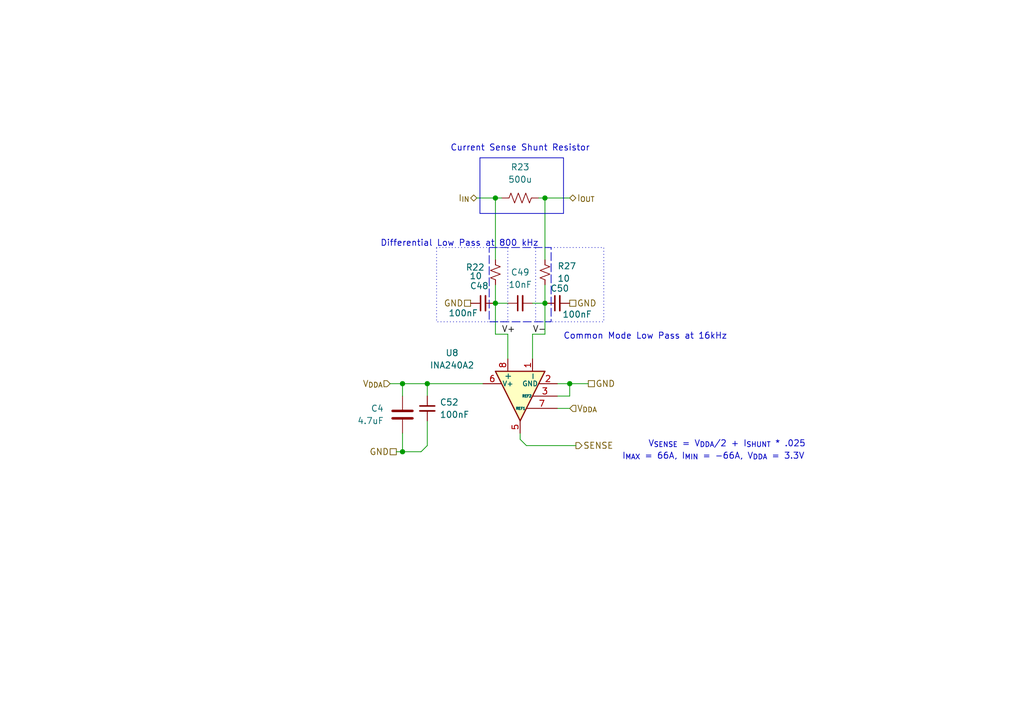
<source format=kicad_sch>
(kicad_sch (version 20231120) (generator "eeschema") (generator_version "8.0")
  (paper "A5")
  (title_block (title "Current Sense Amplifier") (date "2024-05-19") (rev "1") (company "Crab Labs") (comment 1 "Author: Orion Serup") (comment 2 "License: CERN-OHL-W-2.0"))
  (lib_symbols
    (symbol "Amplifier_Current:INA241A2xDDF" (pin_names (offset 0.127))
      (property "Reference" "U" (at 3.81 3.81 0))
      (property "Value" "INA241A2xDDF" (at 3.81 -2.54 0))
      (symbol "INA241A2xDDF_0_1"
        (polyline (pts (xy 5.08 0) (xy -5.08 5.08) (xy -5.08 -5.08) (xy 5.08 0)) (stroke (width 0.254)) (fill (type background)))
      )
      (symbol "INA241A2xDDF_1_1"
        (pin input line (at -7.62 -2.54 0) (length 2.54) (name "-") (number "1"))
        (pin power_in line (at -2.54 -7.62 90) (length 3.81) (name "GND") (number "2"))
        (pin passive line (at 0 -7.62 90) (length 5.08) (name "REF2") (number "3"))
        (pin passive line (at -2.54 -7.62 90) (length 3.81) hide (name "GND") (number "4"))
        (pin output line (at 7.62 0 180) (length 2.54) (name "~") (number "5"))
        (pin power_in line (at -2.54 7.62 270) (length 3.81) (name "V+") (number "6"))
        (pin passive line (at 2.54 -7.62 90) (length 6.35) (name "REF1") (number "7"))
        (pin input line (at -7.62 2.54 0) (length 2.54) (name "+") (number "8"))
      )
    )
    (symbol "Device:C" (pin_numbers hide) (pin_names (offset 0.254))
      (property "Reference" "C" (at 0.635 2.54 0))
      (property "Value" "C" (at 0.635 -2.54 0))
      (symbol "C_0_1"
        (polyline (pts (xy -2.032 -0.762) (xy 2.032 -0.762)) (stroke (width 0.508)))
        (polyline (pts (xy -2.032 0.762) (xy 2.032 0.762)) (stroke (width 0.508)))
      )
      (symbol "C_1_1"
        (pin passive line (at 0 3.81 270) (length 2.794) (name "~") (number "1"))
        (pin passive line (at 0 -3.81 90) (length 2.794) (name "~") (number "2"))
      )
    )
    (symbol "Device:C_Small" (pin_numbers hide) (pin_names (offset 0.254) hide)
      (property "Reference" "C" (at 0.254 1.778 0))
      (property "Value" "C_Small" (at 0.254 -2.032 0))
      (symbol "C_Small_0_1"
        (polyline (pts (xy -1.524 -0.508) (xy 1.524 -0.508)) (stroke (width 0.3302)))
        (polyline (pts (xy -1.524 0.508) (xy 1.524 0.508)) (stroke (width 0.3048)))
      )
      (symbol "C_Small_1_1"
        (pin passive line (at 0 2.54 270) (length 2.032) (name "~") (number "1"))
        (pin passive line (at 0 -2.54 90) (length 2.032) (name "~") (number "2"))
      )
    )
    (symbol "Device:R_Small_US" (pin_numbers hide) (pin_names (offset 0.254) hide)
      (property "Reference" "R" (at 0.762 0.508 0))
      (property "Value" "R_Small_US" (at 0.762 -1.016 0))
      (symbol "R_Small_US_1_1"
        (polyline (pts (xy 0 0) (xy 1.016 -0.381) (xy 0 -0.762) (xy -1.016 -1.143) (xy 0 -1.524)))
        (polyline (pts (xy 0 1.524) (xy 1.016 1.143) (xy 0 0.762) (xy -1.016 0.381) (xy 0 0)))
        (pin passive line (at 0 2.54 270) (length 1.016) (name "~") (number "1"))
        (pin passive line (at 0 -2.54 90) (length 1.016) (name "~") (number "2"))
      )
    )
    (symbol "Device:R_US" (pin_numbers hide) (pin_names (offset 0))
      (property "Reference" "R" (at 2.54 0 90))
      (property "Value" "R_US" (at -2.54 0 90))
      (symbol "R_US_0_1"
        (polyline (pts (xy 0 -2.286) (xy 0 -2.54)))
        (polyline (pts (xy 0 2.286) (xy 0 2.54)))
        (polyline (pts (xy 0 -0.762) (xy 1.016 -1.143) (xy 0 -1.524) (xy -1.016 -1.905) (xy 0 -2.286)))
        (polyline (pts (xy 0 0.762) (xy 1.016 0.381) (xy 0 0) (xy -1.016 -0.381) (xy 0 -0.762)))
        (polyline (pts (xy 0 2.286) (xy 1.016 1.905) (xy 0 1.524) (xy -1.016 1.143) (xy 0 0.762)))
      )
      (symbol "R_US_1_1"
        (pin passive line (at 0 3.81 270) (length 1.27) (name "~") (number "1"))
        (pin passive line (at 0 -3.81 90) (length 1.27) (name "~") (number "2"))
      )
    )
  )
  (junction (at 116.84 78.74))
  (junction (at 111.76 62.23))
  (junction (at 82.55 92.71))
  (junction (at 82.55 78.74))
  (junction (at 101.6 40.64))
  (junction (at 111.76 40.64))
  (junction (at 87.63 78.74))
  (junction (at 101.6 62.23))
  (wire (pts (xy 110.49 40.64) (xy 111.76 40.64)))
  (wire (pts (xy 101.6 62.23) (xy 104.14 62.23)))
  (wire (pts (xy 106.68 90.17) (xy 107.95 91.44)))
  (wire (pts (xy 101.6 62.23) (xy 101.6 68.58)))
  (wire (pts (xy 97.79 40.64) (xy 101.6 40.64)))
  (wire (pts (xy 111.76 40.64) (xy 116.84 40.64)))
  (wire (pts (xy 111.76 40.64) (xy 111.76 53.34)))
  (wire (pts (xy 87.63 78.74) (xy 87.63 81.28)))
  (wire (pts (xy 101.6 58.42) (xy 101.6 62.23)))
  (wire (pts (xy 107.95 91.44) (xy 118.11 91.44)))
  (wire (pts (xy 101.6 40.64) (xy 101.6 53.34)))
  (wire (pts (xy 114.3 78.74) (xy 116.84 78.74)))
  (wire (pts (xy 109.22 68.58) (xy 109.22 73.66)))
  (wire (pts (xy 82.55 78.74) (xy 87.63 78.74)))
  (wire (pts (xy 114.3 83.82) (xy 116.84 83.82)))
  (wire (pts (xy 81.28 92.71) (xy 82.55 92.71)))
  (wire (pts (xy 82.55 92.71) (xy 86.36 92.71)))
  (wire (pts (xy 87.63 86.36) (xy 87.63 91.44)))
  (wire (pts (xy 80.01 78.74) (xy 82.55 78.74)))
  (wire (pts (xy 111.76 62.23) (xy 111.76 68.58)))
  (wire (pts (xy 101.6 68.58) (xy 104.14 68.58)))
  (wire (pts (xy 111.76 58.42) (xy 111.76 62.23)))
  (wire (pts (xy 106.68 88.9) (xy 106.68 90.17)))
  (wire (pts (xy 86.36 92.71) (xy 87.63 91.44)))
  (wire (pts (xy 109.22 68.58) (xy 111.76 68.58)))
  (wire (pts (xy 82.55 88.9) (xy 82.55 92.71)))
  (wire (pts (xy 109.22 62.23) (xy 111.76 62.23)))
  (wire (pts (xy 116.84 78.74) (xy 116.84 81.28)))
  (wire (pts (xy 102.87 40.64) (xy 101.6 40.64)))
  (wire (pts (xy 104.14 68.58) (xy 104.14 73.66)))
  (wire (pts (xy 82.55 78.74) (xy 82.55 81.28)))
  (wire (pts (xy 114.3 81.28) (xy 116.84 81.28)))
  (wire (pts (xy 116.84 78.74) (xy 120.65 78.74)))
  (wire (pts (xy 87.63 78.74) (xy 99.06 78.74)))
  (rectangle (start 98.425 32.385) (end 115.57 43.815))
  (rectangle (start 89.535 50.8) (end 104.14 66.04) (stroke (width 0) (type dot)))
  (rectangle (start 100.33 50.8) (end 113.03 66.04) (stroke (width 0) (type dash)))
  (rectangle (start 109.855 50.8) (end 123.825 66.04) (stroke (width 0) (type dot)))
  (text "Current Sense Shunt Resistor\n" (at 106.68 30.48 0) (effects (font (size 1.27 1.27))))
  (text "Common Mode Low Pass at 16kHz" (at 132.334 69.088 0) (effects (font (size 1.27 1.27))))
  (text "Differential Low Pass at 800 kHz" (at 94.234 50.038 0) (effects (font (size 1.27 1.27))))
  (text "V_{SENSE} = V_{DDA}/2 + I_{SHUNT} * .025" (at 149.098 91.186 0) (effects (font (size 1.27 1.27))))
  (text "I_{MAX} = 66A, I_{MIN} = -66A, V_{DDA} = 3.3V" (at 146.304 93.726 0) (effects (font (size 1.27 1.27))))
  (label "V-" (at 109.22 68.58 0))
  (label "V+" (at 102.87 68.58 0))
  (hierarchical_label "GND" (shape passive) (at 120.65 78.74 0))
  (hierarchical_label "GND" (shape passive) (at 81.28 92.71 180))
  (hierarchical_label "GND" (shape passive) (at 116.84 62.23 0))
  (hierarchical_label "I_{IN}" (shape bidirectional) (at 97.79 40.64 180))
  (hierarchical_label "V_{DDA}" (shape input) (at 80.01 78.74 180))
  (hierarchical_label "GND" (shape passive) (at 96.52 62.23 180))
  (hierarchical_label "SENSE" (shape output) (at 118.11 91.44 0))
  (hierarchical_label "V_{DDA}" (shape input) (at 116.84 83.82 0))
  (hierarchical_label "I_{OUT}" (shape bidirectional) (at 116.84 40.64 0))
  (symbol (lib_id "Device:C") (at 82.55 85.09 0) (mirror y) (unit 1)
    (property "Reference" "C4" (at 78.74 83.8199 0) (effects (justify left)))
    (property "Value" "4.7uF" (at 78.74 86.3599 0) (effects (justify left)))
    (property "Footprint" "Capacitor_SMD:C_0603_1608Metric" (effects (hide yes)))
    (property "Description" "Unpolarized capacitor" (effects (hide yes)))
    (property "Rating" "6.3V" (effects (hide yes)))
    (property "Manufacturer_Part_Number" "V475M0603X5R6R3NDT" (effects (hide yes)))
    (property "Source" "LCSC" (effects (hide yes)))
    (instances (project "OpenMD" (path "" (reference "C4") (unit 1)) (path "" (reference "C46") (unit 1)) (path "" (reference "C51") (unit 1))))
  )
  (symbol (lib_id "Device:C_Small") (at 99.06 62.23 90) (unit 1)
    (property "Reference" "C48" (at 98.298 58.674 90))
    (property "Value" "100nF" (at 94.996 64.262 90))
    (property "Footprint" "Capacitor_SMD:C_0603_1608Metric" (effects (hide yes)))
    (property "Description" "Unpolarized capacitor, small symbol" (effects (hide yes)))
    (property "Rating" "100V" (effects (hide yes)))
    (property "Source" "LCSC" (effects (hide yes)))
    (property "Manufacturer_Part_Number" "CGA0603X7R104K101JT" (effects (hide yes)))
    (instances (project "OpenMD" (path "" (reference "C48") (unit 1)) (path "" (reference "C53") (unit 1)) (path "" (reference "C58") (unit 1))))
  )
  (symbol (lib_id "Device:C_Small") (at 106.68 62.23 90) (unit 1)
    (property "Reference" "C49" (at 106.68 55.88 90))
    (property "Value" "10nF" (at 106.6863 58.42 90))
    (property "Footprint" "Capacitor_SMD:C_0603_1608Metric" (effects (hide yes)))
    (property "Description" "Unpolarized capacitor, small symbol" (effects (hide yes)))
    (property "Rating" "5V" (effects (hide yes)))
    (property "Manufacturer_Part_Number" "CSA0603X7R103K500JT" (effects (hide yes)))
    (property "Source" "LCSC" (effects (hide yes)))
    (instances (project "OpenMD" (path "" (reference "C49") (unit 1)) (path "" (reference "C54") (unit 1)) (path "" (reference "C59") (unit 1))))
  )
  (symbol (lib_id "Device:R_Small_US") (at 101.6 55.88 0) (unit 1)
    (property "Reference" "R22" (at 95.504 54.864 0) (effects (justify left)))
    (property "Value" "10" (at 96.266 56.642 0) (effects (justify left)))
    (property "Footprint" "Resistor_SMD:R_0603_1608Metric" (effects (hide yes)))
    (property "Description" "Resistor, small US symbol" (effects (hide yes)))
    (property "Rating" "100mW" (effects (hide yes)))
    (property "Source" "LCSC" (effects (hide yes)))
    (property "Manufacturer_Part_Number" "RTT0310R0FTP" (effects (hide yes)))
    (instances (project "OpenMD" (path "" (reference "R22") (unit 1)) (path "" (reference "R25") (unit 1)) (path "" (reference "R28") (unit 1))))
  )
  (symbol (lib_id "Device:C_Small") (at 114.3 62.23 90) (unit 1)
    (property "Reference" "C50" (at 114.808 59.182 90))
    (property "Value" "100nF" (at 118.364 64.516 90))
    (property "Footprint" "Capacitor_SMD:C_0603_1608Metric" (effects (hide yes)))
    (property "Description" "Unpolarized capacitor, small symbol" (effects (hide yes)))
    (property "Rating" "100V" (effects (hide yes)))
    (property "Source" "LCSC" (effects (hide yes)))
    (property "Manufacturer_Part_Number" "CGA0603X7R104K101JT" (effects (hide yes)))
    (instances (project "OpenMD" (path "" (reference "C50") (unit 1)) (path "" (reference "C55") (unit 1)) (path "" (reference "C60") (unit 1))))
  )
  (symbol (lib_id "Device:C_Small") (at 87.63 83.82 0) (unit 1)
    (property "Reference" "C52" (at 90.17 82.5562 0) (effects (justify left)))
    (property "Value" "100nF" (at 90.17 85.0962 0) (effects (justify left)))
    (property "Footprint" "Capacitor_SMD:C_0603_1608Metric" (effects (hide yes)))
    (property "Description" "Unpolarized capacitor, small symbol" (effects (hide yes)))
    (property "Rating" "6.3V" (effects (hide yes)))
    (property "Source" "LCSC" (effects (hide yes)))
    (property "Manufacturer_Part_Number" "CGA0603X7R104K500JT" (effects (hide yes)))
    (instances (project "OpenMD" (path "" (reference "C52") (unit 1)) (path "" (reference "C57") (unit 1)) (path "" (reference "C47") (unit 1))))
  )
  (symbol (lib_id "Device:R_US") (at 106.68 40.64 90) (unit 1)
    (property "Reference" "R23" (at 106.68 34.29 90))
    (property "Value" "500u" (at 106.68 36.83 90))
    (property "Footprint" "Resistor_SMD:R_2512_6332Metric" (effects (hide yes)))
    (property "Description" "Resistor, US symbol" (effects (hide yes)))
    (property "Rating" "6W" (effects (hide yes)))
    (property "Source" "LCSC" (effects (hide yes)))
    (property "Manufacturer_Part_Number" "ASR-M-3-0.5F" (effects (hide yes)))
    (instances (project "OpenMD" (path "" (reference "R23") (unit 1)) (path "" (reference "R26") (unit 1)) (path "" (reference "R29") (unit 1))))
  )
  (symbol (lib_id "Device:R_Small_US") (at 111.76 55.88 0) (unit 1)
    (property "Reference" "R27" (at 114.3 54.6099 0) (effects (justify left)))
    (property "Value" "10" (at 114.3 57.1499 0) (effects (justify left)))
    (property "Footprint" "Resistor_SMD:R_0603_1608Metric" (effects (hide yes)))
    (property "Description" "Resistor, small US symbol" (effects (hide yes)))
    (property "Rating" "100mW" (effects (hide yes)))
    (property "Source" "LCSC" (effects (hide yes)))
    (property "Manufacturer_Part_Number" "RTT0310R0FTP" (effects (hide yes)))
    (instances (project "OpenMD" (path "" (reference "R27") (unit 1)) (path "" (reference "R30") (unit 1)) (path "" (reference "R24") (unit 1))))
  )
  (symbol (lib_id "Amplifier_Current:INA241A2xDDF") (at 106.68 81.28 90) (mirror x) (unit 1)
    (property "Reference" "U8" (at 92.71 72.4214 90))
    (property "Value" "INA240A2" (at 92.71 74.9614 90))
    (property "Footprint" "Package_SO:SO-8_3.9x4.9mm_P1.27mm" (effects (hide yes)))
    (property "Datasheet" "https://www.ti.com/lit/ds/symlink/ina296x.pdf" (effects (hide yes)))
    (property "Description" "High- and Low-Side, Bidirectional, Zero-Drift, Current-Sense Amplifier With Enhanced PWM Rejection, 20V/V, ±0.01% Gain Accuracy, ±10 μV Offset Voltage, SOIC-8" (effects (hide yes)))
    (property "Rating" "80V" (effects (hide yes)))
    (property "Source" "LCSC" (effects (hide yes)))
    (property "Manufacturer_Part_Number" "INA240A2DR" (effects (hide yes)))
    (instances (project "OpenMD" (path "" (reference "U8") (unit 1)) (path "" (reference "U9") (unit 1)) (path "" (reference "U10") (unit 1))))
  )
)
</source>
